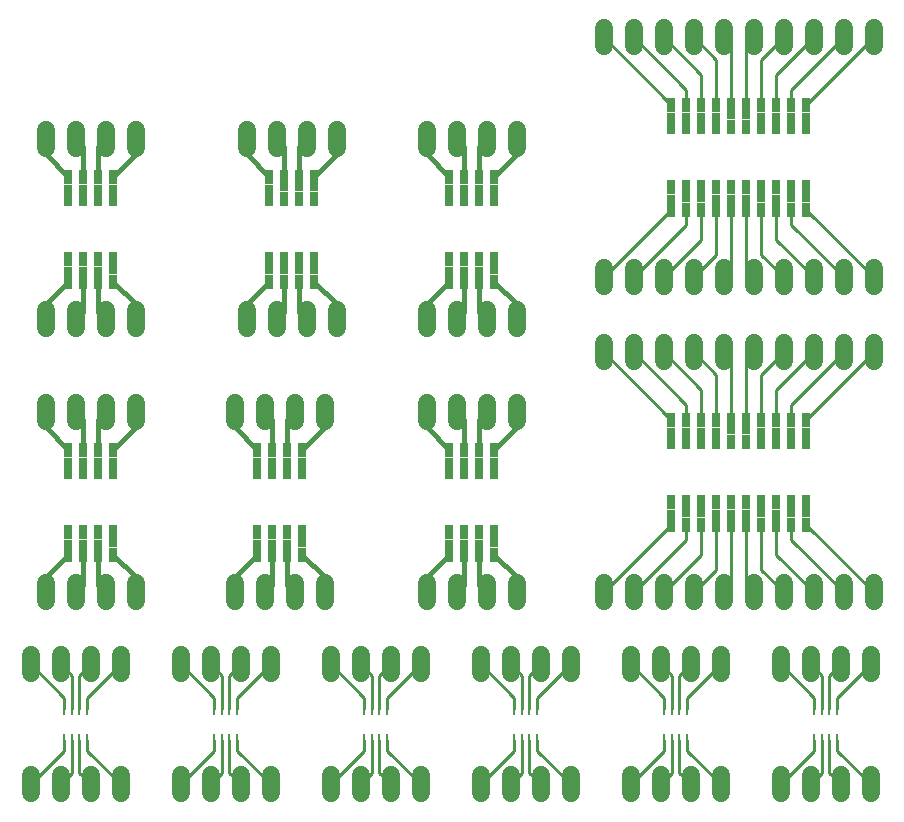
<source format=gtl>
G75*
G70*
%OFA0B0*%
%FSLAX24Y24*%
%IPPOS*%
%LPD*%
%AMOC8*
5,1,8,0,0,1.08239X$1,22.5*
%
%ADD10R,0.0080X0.0160*%
%ADD11C,0.0600*%
%ADD12R,0.0250X0.0500*%
%ADD13C,0.0100*%
%ADD14C,0.0160*%
D10*
X002388Y002911D03*
X002388Y003039D03*
X002644Y003039D03*
X002644Y002911D03*
X002900Y002911D03*
X002900Y003039D03*
X003156Y003039D03*
X003156Y002911D03*
X003156Y003807D03*
X003156Y003935D03*
X002900Y003935D03*
X002900Y003807D03*
X002644Y003807D03*
X002644Y003935D03*
X002388Y003935D03*
X002388Y003807D03*
X007388Y003807D03*
X007388Y003935D03*
X007644Y003935D03*
X007644Y003807D03*
X007900Y003807D03*
X007900Y003935D03*
X008156Y003935D03*
X008156Y003807D03*
X008156Y003039D03*
X008156Y002911D03*
X007900Y002911D03*
X007900Y003039D03*
X007644Y003039D03*
X007644Y002911D03*
X007388Y002911D03*
X007388Y003039D03*
X012388Y003039D03*
X012388Y002911D03*
X012644Y002911D03*
X012644Y003039D03*
X012900Y003039D03*
X012900Y002911D03*
X013156Y002911D03*
X013156Y003039D03*
X013156Y003807D03*
X013156Y003935D03*
X012900Y003935D03*
X012900Y003807D03*
X012644Y003807D03*
X012644Y003935D03*
X012388Y003935D03*
X012388Y003807D03*
X017388Y003807D03*
X017388Y003935D03*
X017644Y003935D03*
X017644Y003807D03*
X017900Y003807D03*
X017900Y003935D03*
X018156Y003935D03*
X018156Y003807D03*
X018156Y003039D03*
X018156Y002911D03*
X017900Y002911D03*
X017900Y003039D03*
X017644Y003039D03*
X017644Y002911D03*
X017388Y002911D03*
X017388Y003039D03*
X022388Y003039D03*
X022388Y002911D03*
X022644Y002911D03*
X022644Y003039D03*
X022900Y003039D03*
X022900Y002911D03*
X023156Y002911D03*
X023156Y003039D03*
X023156Y003807D03*
X023156Y003935D03*
X022900Y003935D03*
X022900Y003807D03*
X022644Y003807D03*
X022644Y003935D03*
X022388Y003935D03*
X022388Y003807D03*
X027388Y003807D03*
X027388Y003935D03*
X027644Y003935D03*
X027644Y003807D03*
X027900Y003807D03*
X027900Y003935D03*
X028156Y003935D03*
X028156Y003807D03*
X028156Y003039D03*
X028156Y002911D03*
X027900Y002911D03*
X027900Y003039D03*
X027644Y003039D03*
X027644Y002911D03*
X027388Y002911D03*
X027388Y003039D03*
D11*
X001272Y001723D02*
X001272Y001123D01*
X002272Y001123D02*
X002272Y001723D01*
X003272Y001723D02*
X003272Y001123D01*
X004272Y001123D02*
X004272Y001723D01*
X006272Y001723D02*
X006272Y001123D01*
X007272Y001123D02*
X007272Y001723D01*
X008272Y001723D02*
X008272Y001123D01*
X009272Y001123D02*
X009272Y001723D01*
X011272Y001723D02*
X011272Y001123D01*
X012272Y001123D02*
X012272Y001723D01*
X013272Y001723D02*
X013272Y001123D01*
X014272Y001123D02*
X014272Y001723D01*
X016272Y001723D02*
X016272Y001123D01*
X017272Y001123D02*
X017272Y001723D01*
X018272Y001723D02*
X018272Y001123D01*
X019272Y001123D02*
X019272Y001723D01*
X021272Y001723D02*
X021272Y001123D01*
X022272Y001123D02*
X022272Y001723D01*
X023272Y001723D02*
X023272Y001123D01*
X024272Y001123D02*
X024272Y001723D01*
X026272Y001723D02*
X026272Y001123D01*
X027272Y001123D02*
X027272Y001723D01*
X028272Y001723D02*
X028272Y001123D01*
X029272Y001123D02*
X029272Y001723D01*
X029272Y005123D02*
X029272Y005723D01*
X028272Y005723D02*
X028272Y005123D01*
X027272Y005123D02*
X027272Y005723D01*
X026272Y005723D02*
X026272Y005123D01*
X024272Y005123D02*
X024272Y005723D01*
X023272Y005723D02*
X023272Y005123D01*
X022272Y005123D02*
X022272Y005723D01*
X021272Y005723D02*
X021272Y005123D01*
X019272Y005123D02*
X019272Y005723D01*
X018272Y005723D02*
X018272Y005123D01*
X017272Y005123D02*
X017272Y005723D01*
X016272Y005723D02*
X016272Y005123D01*
X014272Y005123D02*
X014272Y005723D01*
X013272Y005723D02*
X013272Y005123D01*
X012272Y005123D02*
X012272Y005723D01*
X011272Y005723D02*
X011272Y005123D01*
X009272Y005123D02*
X009272Y005723D01*
X008272Y005723D02*
X008272Y005123D01*
X007272Y005123D02*
X007272Y005723D01*
X006272Y005723D02*
X006272Y005123D01*
X004272Y005123D02*
X004272Y005723D01*
X003272Y005723D02*
X003272Y005123D01*
X002272Y005123D02*
X002272Y005723D01*
X001272Y005723D02*
X001272Y005123D01*
X001772Y007523D02*
X001772Y008123D01*
X002772Y008123D02*
X002772Y007523D01*
X003772Y007523D02*
X003772Y008123D01*
X004772Y008123D02*
X004772Y007523D01*
X008072Y007523D02*
X008072Y008123D01*
X009072Y008123D02*
X009072Y007523D01*
X010072Y007523D02*
X010072Y008123D01*
X011072Y008123D02*
X011072Y007523D01*
X014472Y007523D02*
X014472Y008123D01*
X015472Y008123D02*
X015472Y007523D01*
X016472Y007523D02*
X016472Y008123D01*
X017472Y008123D02*
X017472Y007523D01*
X020372Y007523D02*
X020372Y008123D01*
X021372Y008123D02*
X021372Y007523D01*
X022372Y007523D02*
X022372Y008123D01*
X023372Y008123D02*
X023372Y007523D01*
X024372Y007523D02*
X024372Y008123D01*
X025372Y008123D02*
X025372Y007523D01*
X026372Y007523D02*
X026372Y008123D01*
X027372Y008123D02*
X027372Y007523D01*
X028372Y007523D02*
X028372Y008123D01*
X029372Y008123D02*
X029372Y007523D01*
X029372Y015523D02*
X029372Y016123D01*
X028372Y016123D02*
X028372Y015523D01*
X027372Y015523D02*
X027372Y016123D01*
X026372Y016123D02*
X026372Y015523D01*
X025372Y015523D02*
X025372Y016123D01*
X024372Y016123D02*
X024372Y015523D01*
X023372Y015523D02*
X023372Y016123D01*
X022372Y016123D02*
X022372Y015523D01*
X021372Y015523D02*
X021372Y016123D01*
X020372Y016123D02*
X020372Y015523D01*
X020372Y018023D02*
X020372Y018623D01*
X021372Y018623D02*
X021372Y018023D01*
X022372Y018023D02*
X022372Y018623D01*
X023372Y018623D02*
X023372Y018023D01*
X024372Y018023D02*
X024372Y018623D01*
X025372Y018623D02*
X025372Y018023D01*
X026372Y018023D02*
X026372Y018623D01*
X027372Y018623D02*
X027372Y018023D01*
X028372Y018023D02*
X028372Y018623D01*
X029372Y018623D02*
X029372Y018023D01*
X029372Y026023D02*
X029372Y026623D01*
X028372Y026623D02*
X028372Y026023D01*
X027372Y026023D02*
X027372Y026623D01*
X026372Y026623D02*
X026372Y026023D01*
X025372Y026023D02*
X025372Y026623D01*
X024372Y026623D02*
X024372Y026023D01*
X023372Y026023D02*
X023372Y026623D01*
X022372Y026623D02*
X022372Y026023D01*
X021372Y026023D02*
X021372Y026623D01*
X020372Y026623D02*
X020372Y026023D01*
X017472Y023223D02*
X017472Y022623D01*
X016472Y022623D02*
X016472Y023223D01*
X015472Y023223D02*
X015472Y022623D01*
X014472Y022623D02*
X014472Y023223D01*
X011472Y023223D02*
X011472Y022623D01*
X010472Y022623D02*
X010472Y023223D01*
X009472Y023223D02*
X009472Y022623D01*
X008472Y022623D02*
X008472Y023223D01*
X004772Y023223D02*
X004772Y022623D01*
X003772Y022623D02*
X003772Y023223D01*
X002772Y023223D02*
X002772Y022623D01*
X001772Y022623D02*
X001772Y023223D01*
X001772Y017223D02*
X001772Y016623D01*
X002772Y016623D02*
X002772Y017223D01*
X003772Y017223D02*
X003772Y016623D01*
X004772Y016623D02*
X004772Y017223D01*
X004772Y014123D02*
X004772Y013523D01*
X003772Y013523D02*
X003772Y014123D01*
X002772Y014123D02*
X002772Y013523D01*
X001772Y013523D02*
X001772Y014123D01*
X008072Y014123D02*
X008072Y013523D01*
X009072Y013523D02*
X009072Y014123D01*
X010072Y014123D02*
X010072Y013523D01*
X011072Y013523D02*
X011072Y014123D01*
X011472Y016623D02*
X011472Y017223D01*
X010472Y017223D02*
X010472Y016623D01*
X009472Y016623D02*
X009472Y017223D01*
X008472Y017223D02*
X008472Y016623D01*
X014472Y016623D02*
X014472Y017223D01*
X015472Y017223D02*
X015472Y016623D01*
X016472Y016623D02*
X016472Y017223D01*
X017472Y017223D02*
X017472Y016623D01*
X017472Y014123D02*
X017472Y013523D01*
X016472Y013523D02*
X016472Y014123D01*
X015472Y014123D02*
X015472Y013523D01*
X014472Y013523D02*
X014472Y014123D01*
D12*
X015222Y012573D03*
X015222Y012073D03*
X015222Y011823D03*
X015722Y011823D03*
X015722Y012073D03*
X016222Y012073D03*
X016222Y011823D03*
X016722Y011823D03*
X016722Y012073D03*
X016722Y012573D03*
X016222Y012573D03*
X015722Y012573D03*
X015722Y009823D03*
X015722Y009323D03*
X015722Y009073D03*
X015222Y009073D03*
X015222Y009323D03*
X015222Y009823D03*
X016222Y009823D03*
X016222Y009823D03*
X016722Y009823D03*
X016722Y009573D03*
X016222Y009323D03*
X016222Y009073D03*
X016722Y009073D03*
X022622Y010073D03*
X022622Y010323D03*
X022622Y010823D03*
X023122Y010823D03*
X023122Y010573D03*
X023122Y010073D03*
X023622Y010073D03*
X024122Y010073D03*
X024122Y010323D03*
X024122Y010823D03*
X023622Y010823D03*
X023622Y010573D03*
X024622Y010323D03*
X024622Y010073D03*
X025122Y010073D03*
X025122Y010323D03*
X025122Y010823D03*
X025622Y010823D03*
X025622Y010573D03*
X025622Y010073D03*
X026122Y010073D03*
X026122Y010323D03*
X026122Y010823D03*
X026622Y010823D03*
X026622Y010573D03*
X027122Y010573D03*
X027122Y010823D03*
X027122Y010073D03*
X026622Y010073D03*
X024622Y010823D03*
X024622Y012823D03*
X024622Y013323D03*
X024622Y013573D03*
X024122Y013573D03*
X024122Y013073D03*
X024122Y012823D03*
X023622Y012823D03*
X023622Y013073D03*
X023622Y013573D03*
X023122Y013573D03*
X023122Y013073D03*
X023122Y012823D03*
X022622Y012823D03*
X022622Y013073D03*
X022622Y013573D03*
X025122Y013573D03*
X025122Y013323D03*
X025122Y012823D03*
X025622Y012823D03*
X025622Y013073D03*
X025622Y013573D03*
X026122Y013573D03*
X026122Y013073D03*
X026122Y012823D03*
X026622Y012823D03*
X026622Y013073D03*
X027122Y013073D03*
X027122Y012823D03*
X027122Y013573D03*
X026622Y013573D03*
X026622Y020573D03*
X027122Y020573D03*
X027122Y021073D03*
X027122Y021323D03*
X026622Y021323D03*
X026622Y021073D03*
X026122Y020823D03*
X026122Y020573D03*
X025622Y020573D03*
X025122Y020573D03*
X025122Y020823D03*
X025622Y021073D03*
X025622Y021323D03*
X025122Y021323D03*
X024622Y021323D03*
X024622Y020823D03*
X024622Y020573D03*
X024122Y020573D03*
X024122Y020823D03*
X023622Y020573D03*
X023122Y020573D03*
X022622Y020573D03*
X022622Y020823D03*
X023122Y021073D03*
X023122Y021323D03*
X022622Y021323D03*
X023622Y021323D03*
X023622Y021073D03*
X024122Y021323D03*
X026122Y021323D03*
X026122Y023323D03*
X026122Y023573D03*
X025622Y023573D03*
X025622Y023323D03*
X025122Y023323D03*
X024622Y023323D03*
X024122Y023323D03*
X024122Y023573D03*
X023622Y023573D03*
X023622Y023323D03*
X023122Y023323D03*
X023122Y023573D03*
X022622Y023573D03*
X022622Y023323D03*
X022622Y024073D03*
X023122Y024073D03*
X023622Y024073D03*
X024122Y024073D03*
X024622Y024073D03*
X024622Y023823D03*
X025122Y023823D03*
X025122Y024073D03*
X025622Y024073D03*
X026122Y024073D03*
X026622Y024073D03*
X027122Y024073D03*
X027122Y023573D03*
X027122Y023323D03*
X026622Y023323D03*
X026622Y023573D03*
X016722Y021673D03*
X016722Y021173D03*
X016722Y020923D03*
X016222Y020923D03*
X016222Y021173D03*
X016222Y021673D03*
X015722Y021673D03*
X015722Y021173D03*
X015722Y020923D03*
X015222Y020923D03*
X015222Y021173D03*
X015222Y021673D03*
X015222Y018923D03*
X015222Y018423D03*
X015222Y018173D03*
X015722Y018173D03*
X015722Y018423D03*
X016222Y018423D03*
X016222Y018173D03*
X016722Y018173D03*
X016722Y018673D03*
X016722Y018923D03*
X016222Y018923D03*
X016222Y018923D03*
X015722Y018923D03*
X010722Y018923D03*
X010722Y018673D03*
X010722Y018173D03*
X010222Y018173D03*
X009722Y018173D03*
X009222Y018173D03*
X009222Y018673D03*
X009222Y018923D03*
X009722Y018923D03*
X009722Y018673D03*
X010222Y018673D03*
X010222Y018923D03*
X010222Y020923D03*
X009722Y020923D03*
X009722Y020923D03*
X009222Y020923D03*
X009222Y021173D03*
X009222Y021673D03*
X009722Y021673D03*
X009722Y021423D03*
X010222Y021423D03*
X010222Y021673D03*
X010722Y021673D03*
X010722Y021423D03*
X010722Y020923D03*
X004022Y020923D03*
X004022Y021173D03*
X004022Y021673D03*
X003522Y021673D03*
X003522Y021173D03*
X003522Y020923D03*
X003022Y020923D03*
X003022Y021173D03*
X002522Y021173D03*
X002522Y020923D03*
X002522Y021673D03*
X003022Y021673D03*
X003022Y018923D03*
X002522Y018923D03*
X002522Y018423D03*
X002522Y018173D03*
X003022Y018173D03*
X003022Y018423D03*
X003522Y018423D03*
X003522Y018173D03*
X004022Y018173D03*
X004022Y018673D03*
X004022Y018923D03*
X003522Y018923D03*
X003522Y018923D03*
X003522Y012573D03*
X003522Y012073D03*
X003522Y011823D03*
X003022Y011823D03*
X003022Y012073D03*
X002522Y012073D03*
X002522Y011823D03*
X002522Y012573D03*
X003022Y012573D03*
X004022Y012573D03*
X004022Y012073D03*
X004022Y011823D03*
X004022Y009823D03*
X004022Y009573D03*
X004022Y009073D03*
X003522Y009073D03*
X003522Y009323D03*
X003022Y009323D03*
X003022Y009073D03*
X002522Y009073D03*
X002522Y009323D03*
X002522Y009823D03*
X003022Y009823D03*
X003522Y009823D03*
X003522Y009823D03*
X008822Y009823D03*
X008822Y009323D03*
X008822Y009073D03*
X009322Y009073D03*
X009322Y009323D03*
X009822Y009323D03*
X009822Y009073D03*
X010322Y009073D03*
X010322Y009573D03*
X010322Y009823D03*
X009822Y009823D03*
X009822Y009823D03*
X009322Y009823D03*
X009322Y011823D03*
X009322Y012073D03*
X008822Y012073D03*
X008822Y011823D03*
X008822Y012573D03*
X009322Y012573D03*
X009822Y012573D03*
X010322Y012573D03*
X010322Y012073D03*
X010322Y011823D03*
X009822Y011823D03*
X009822Y012073D03*
D13*
X009272Y005423D02*
X008156Y004307D01*
X008156Y003935D01*
X007900Y003935D02*
X007900Y005051D01*
X008272Y005423D01*
X007644Y005051D02*
X007272Y005423D01*
X007644Y005051D02*
X007644Y003935D01*
X007388Y003935D02*
X007388Y004307D01*
X006272Y005423D01*
X004272Y005423D02*
X003156Y004307D01*
X003156Y003935D01*
X002900Y003935D02*
X002900Y005051D01*
X003272Y005423D01*
X002644Y005051D02*
X002272Y005423D01*
X002644Y005051D02*
X002644Y003935D01*
X002388Y003935D02*
X002388Y004307D01*
X001272Y005423D01*
X002388Y002911D02*
X002388Y002539D01*
X001272Y001423D01*
X002272Y001423D02*
X002644Y001795D01*
X002644Y002911D01*
X002900Y002911D02*
X002900Y001795D01*
X003272Y001423D01*
X004272Y001423D02*
X003156Y002539D01*
X003156Y002911D01*
X006272Y001423D02*
X007388Y002539D01*
X007388Y002911D01*
X007644Y002911D02*
X007644Y001795D01*
X007272Y001423D01*
X007900Y001795D02*
X008272Y001423D01*
X007900Y001795D02*
X007900Y002911D01*
X008156Y002911D02*
X008156Y002539D01*
X009272Y001423D01*
X011272Y001423D02*
X012388Y002539D01*
X012388Y002911D01*
X012644Y002911D02*
X012644Y001795D01*
X012272Y001423D01*
X012900Y001795D02*
X013272Y001423D01*
X012900Y001795D02*
X012900Y002911D01*
X013156Y002911D02*
X013156Y002539D01*
X014272Y001423D01*
X016272Y001423D02*
X017388Y002539D01*
X017388Y002911D01*
X017644Y002911D02*
X017644Y001795D01*
X017272Y001423D01*
X017900Y001795D02*
X018272Y001423D01*
X017900Y001795D02*
X017900Y002911D01*
X018156Y002911D02*
X018156Y002539D01*
X019272Y001423D01*
X021272Y001423D02*
X022388Y002539D01*
X022388Y002911D01*
X022644Y002911D02*
X022644Y001795D01*
X022272Y001423D01*
X022900Y001795D02*
X023272Y001423D01*
X022900Y001795D02*
X022900Y002911D01*
X023156Y002911D02*
X023156Y002539D01*
X024272Y001423D01*
X026272Y001423D02*
X027388Y002539D01*
X027388Y002911D01*
X027644Y002911D02*
X027644Y001795D01*
X027272Y001423D01*
X027900Y001795D02*
X028272Y001423D01*
X027900Y001795D02*
X027900Y002911D01*
X028156Y002911D02*
X028156Y002539D01*
X029272Y001423D01*
X028156Y003935D02*
X028156Y004307D01*
X029272Y005423D01*
X028272Y005423D02*
X027900Y005051D01*
X027900Y003935D01*
X027644Y003935D02*
X027644Y005051D01*
X027272Y005423D01*
X026272Y005423D02*
X027388Y004307D01*
X027388Y003935D01*
X024272Y005423D02*
X023156Y004307D01*
X023156Y003935D01*
X022900Y003935D02*
X022900Y005051D01*
X023272Y005423D01*
X022644Y005051D02*
X022272Y005423D01*
X022644Y005051D02*
X022644Y003935D01*
X022388Y003935D02*
X022388Y004307D01*
X021272Y005423D01*
X019272Y005423D02*
X018156Y004307D01*
X018156Y003935D01*
X017900Y003935D02*
X017900Y005051D01*
X018272Y005423D01*
X017644Y005051D02*
X017272Y005423D01*
X017644Y005051D02*
X017644Y003935D01*
X017388Y003935D02*
X017388Y004307D01*
X016272Y005423D01*
X014272Y005423D02*
X013156Y004307D01*
X013156Y003935D01*
X012900Y003935D02*
X012900Y005051D01*
X013272Y005423D01*
X012644Y005051D02*
X012272Y005423D01*
X012644Y005051D02*
X012644Y003935D01*
X012388Y003935D02*
X012388Y004307D01*
X011272Y005423D01*
X020372Y007823D02*
X022622Y010073D01*
X023122Y010073D02*
X023122Y009573D01*
X021372Y007823D01*
X022372Y007823D02*
X023622Y009073D01*
X023622Y010073D01*
X024122Y010073D02*
X024122Y008573D01*
X023372Y007823D01*
X024372Y007823D02*
X024622Y008073D01*
X024622Y010073D01*
X025122Y010073D02*
X025122Y008073D01*
X025372Y007823D01*
X025622Y008573D02*
X026372Y007823D01*
X027372Y007823D02*
X026122Y009073D01*
X026122Y010073D01*
X025622Y010073D02*
X025622Y008573D01*
X026622Y009573D02*
X028372Y007823D01*
X029372Y007823D02*
X027122Y010073D01*
X026622Y010073D02*
X026622Y009573D01*
X026622Y013573D02*
X026622Y014073D01*
X028372Y015823D01*
X027372Y015823D02*
X026122Y014573D01*
X026122Y013573D01*
X025622Y013573D02*
X025622Y015073D01*
X026372Y015823D01*
X025372Y015823D02*
X025122Y015573D01*
X025122Y013573D01*
X024622Y013573D02*
X024622Y015573D01*
X024372Y015823D01*
X024122Y015073D02*
X023372Y015823D01*
X024122Y015073D02*
X024122Y013573D01*
X023622Y013573D02*
X023622Y014573D01*
X022372Y015823D01*
X021372Y015823D02*
X023122Y014073D01*
X023122Y013573D01*
X022622Y013573D02*
X020372Y015823D01*
X020372Y018323D02*
X022622Y020573D01*
X023122Y020573D02*
X023122Y020073D01*
X021372Y018323D01*
X022372Y018323D02*
X023622Y019573D01*
X023622Y020573D01*
X024122Y020573D02*
X024122Y019073D01*
X023372Y018323D01*
X024372Y018323D02*
X024622Y018573D01*
X024622Y020573D01*
X025122Y020573D02*
X025122Y018573D01*
X025372Y018323D01*
X025622Y019073D02*
X026372Y018323D01*
X027372Y018323D02*
X026122Y019573D01*
X026122Y020573D01*
X025622Y020573D02*
X025622Y019073D01*
X026622Y020073D02*
X028372Y018323D01*
X029372Y018323D02*
X027122Y020573D01*
X026622Y020573D02*
X026622Y020073D01*
X026622Y024073D02*
X026622Y024573D01*
X028372Y026323D01*
X027372Y026323D02*
X026122Y025073D01*
X026122Y024073D01*
X025622Y024073D02*
X025622Y025573D01*
X026372Y026323D01*
X025372Y026323D02*
X025122Y026073D01*
X025122Y024073D01*
X024622Y024073D02*
X024622Y026073D01*
X024372Y026323D01*
X024122Y025573D02*
X023372Y026323D01*
X022372Y026323D02*
X023622Y025073D01*
X023622Y024073D01*
X024122Y024073D02*
X024122Y025573D01*
X023122Y024573D02*
X021372Y026323D01*
X020372Y026323D02*
X022622Y024073D01*
X023122Y024073D02*
X023122Y024573D01*
X027122Y024073D02*
X029372Y026323D01*
X029372Y015823D02*
X027122Y013573D01*
D14*
X017472Y013323D02*
X017472Y013823D01*
X017472Y013323D02*
X016722Y012573D01*
X016222Y012573D02*
X016222Y013573D01*
X016472Y013823D01*
X015722Y013573D02*
X015472Y013823D01*
X015722Y013573D02*
X015722Y012573D01*
X015222Y012573D02*
X014472Y013323D01*
X014472Y013823D01*
X014472Y016923D02*
X014472Y017423D01*
X015222Y018173D01*
X015722Y018173D02*
X015722Y017173D01*
X015472Y016923D01*
X016222Y017173D02*
X016472Y016923D01*
X016222Y017173D02*
X016222Y018173D01*
X016722Y018173D02*
X017472Y017423D01*
X017472Y016923D01*
X016722Y021673D02*
X017472Y022423D01*
X017472Y022923D01*
X016472Y022923D02*
X016222Y022673D01*
X016222Y021673D01*
X015722Y021673D02*
X015722Y022673D01*
X015472Y022923D01*
X014472Y022923D02*
X014472Y022423D01*
X015222Y021673D01*
X011472Y022423D02*
X011472Y022923D01*
X011472Y022423D02*
X010722Y021673D01*
X010222Y021673D02*
X010222Y022673D01*
X010472Y022923D01*
X009722Y022673D02*
X009472Y022923D01*
X009722Y022673D02*
X009722Y021673D01*
X009222Y021673D02*
X008472Y022423D01*
X008472Y022923D01*
X004772Y022923D02*
X004772Y022423D01*
X004022Y021673D01*
X003522Y021673D02*
X003522Y022673D01*
X003772Y022923D01*
X003022Y022673D02*
X002772Y022923D01*
X003022Y022673D02*
X003022Y021673D01*
X002522Y021673D02*
X001772Y022423D01*
X001772Y022923D01*
X002522Y018173D02*
X001772Y017423D01*
X001772Y016923D01*
X002772Y016923D02*
X003022Y017173D01*
X003022Y018173D01*
X003522Y018173D02*
X003522Y017173D01*
X003772Y016923D01*
X004772Y016923D02*
X004772Y017423D01*
X004022Y018173D01*
X008472Y017423D02*
X008472Y016923D01*
X008472Y017423D02*
X009222Y018173D01*
X009722Y018173D02*
X009722Y017173D01*
X009472Y016923D01*
X010222Y017173D02*
X010472Y016923D01*
X010222Y017173D02*
X010222Y018173D01*
X010722Y018173D02*
X011472Y017423D01*
X011472Y016923D01*
X011072Y013823D02*
X011072Y013323D01*
X010322Y012573D01*
X009822Y012573D02*
X009822Y013573D01*
X010072Y013823D01*
X009322Y013573D02*
X009072Y013823D01*
X009322Y013573D02*
X009322Y012573D01*
X008822Y012573D02*
X008072Y013323D01*
X008072Y013823D01*
X004772Y013823D02*
X004772Y013323D01*
X004022Y012573D01*
X003522Y012573D02*
X003522Y013573D01*
X003772Y013823D01*
X003022Y013573D02*
X002772Y013823D01*
X003022Y013573D02*
X003022Y012573D01*
X002522Y012573D02*
X001772Y013323D01*
X001772Y013823D01*
X002522Y009073D02*
X001772Y008323D01*
X001772Y007823D01*
X002772Y007823D02*
X003022Y008073D01*
X003022Y009073D01*
X003522Y009073D02*
X003522Y008073D01*
X003772Y007823D01*
X004772Y007823D02*
X004772Y008323D01*
X004022Y009073D01*
X008072Y008323D02*
X008072Y007823D01*
X008072Y008323D02*
X008822Y009073D01*
X009322Y009073D02*
X009322Y008073D01*
X009072Y007823D01*
X009822Y008073D02*
X010072Y007823D01*
X009822Y008073D02*
X009822Y009073D01*
X010322Y009073D02*
X011072Y008323D01*
X011072Y007823D01*
X014472Y007823D02*
X014472Y008323D01*
X015222Y009073D01*
X015722Y009073D02*
X015722Y008073D01*
X015472Y007823D01*
X016222Y008073D02*
X016472Y007823D01*
X016222Y008073D02*
X016222Y009073D01*
X016722Y009073D02*
X017472Y008323D01*
X017472Y007823D01*
M02*

</source>
